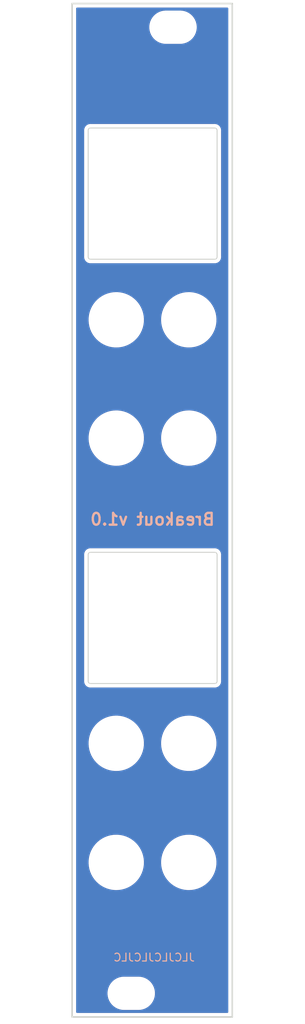
<source format=kicad_pcb>
(kicad_pcb (version 20211014) (generator pcbnew)
  (layers (0 "F.Cu" signal) (31 "B.Cu" signal) (34 "B.Paste" user) (35 "F.Paste" user) (36 "B.SilkS" user "B.Silkscreen") (37 "F.SilkS" user "F.Silkscreen") (38 "B.Mask" user) (39 "F.Mask" user) (44 "Edge.Cuts" user))
  (net 0 "")
  (footprint "kibuzzard-63D64BC1" (layer "F.Cu") (at 64 87.9)
    (fp_text reference "kibuzzard-63D64BC1" hide)
    (fp_text value "G***" hide)
  )
  (footprint "Custom_Footprints:RJ45_Molex_42878-8506_Mounting_Hole" (layer "F.Cu") (at 59.4 65)
    (fp_text reference "FM_In" hide)
    (fp_text value "RJ45_Molex_42878-8506_Mounting_Hole")
    (fp_line (start -8.16 -8.02) (end -8.16 8.02) (layer "Edge.Cuts") (width 0.12))
    (fp_line (start 7.88 8.32) (end -7.88 8.32) (layer "Edge.Cuts") (width 0.12))
    (fp_line (start 8.19 -8.02) (end 8.19 8.02) (layer "Edge.Cuts") (width 0.12))
    (fp_line (start 7.88 -8.32) (end -7.88 -8.32) (layer "Edge.Cuts") (width 0.12))
    (fp_arc (start -7.88 8.32) (mid -8.081749 8.227632) (end -8.16 8.02) (layer "Edge.Cuts") (width 0.12))
    (fp_arc (start 7.88 -8.32) (mid 8.096622 -8.233665) (end 8.19 -8.02) (layer "Edge.Cuts") (width 0.12))
    (fp_arc (start -8.16 -8.02) (mid -8.081443 -8.227347) (end -7.88 -8.32) (layer "Edge.Cuts") (width 0.12))
    (fp_arc (start 8.19 8.02) (mid 8.100917 8.238111) (end 7.88 8.32) (layer "Edge.Cuts") (width 0.12))
  )
  (footprint "kibuzzard-63D64BB9" (layer "F.Cu") (at 54.8 87.9)
    (fp_text reference "kibuzzard-63D64BB9" hide)
    (fp_text value "G***" hide)
  )
  (footprint "Custom_Footprints:Thonkiconn_Socket_MountingHole_6mm" (layer "F.Cu") (at 64 81 180)
    (fp_text reference "Ref**" hide)
    (fp_text value "Thonkiconn_Socket_MountingHole_6mm")
    (pad "" np_thru_hole circle locked (at 0 0 180) (size 6 6) (drill 6) (layers *.Cu *.Mask))
  )
  (footprint "Custom_Footprints:Thonkiconn_Socket_MountingHole_6mm" (layer "F.Cu") (at 64 134.7 180)
    (fp_text reference "Ref**" hide)
    (fp_text value "Thonkiconn_Socket_MountingHole_6mm")
    (pad "" np_thru_hole circle locked (at 0 0 180) (size 6 6) (drill 6) (layers *.Cu *.Mask))
  )
  (footprint "Custom_Footprints:RJ45_Molex_42878-8506_Mounting_Hole" (layer "F.Cu") (at 59.4 118.8)
    (fp_text reference "FM_In" hide)
    (fp_text value "RJ45_Molex_42878-8506_Mounting_Hole")
    (fp_line (start 7.88 -8.32) (end -7.88 -8.32) (layer "Edge.Cuts") (width 0.12))
    (fp_line (start 8.19 -8.02) (end 8.19 8.02) (layer "Edge.Cuts") (width 0.12))
    (fp_line (start 7.88 8.32) (end -7.88 8.32) (layer "Edge.Cuts") (width 0.12))
    (fp_line (start -8.16 -8.02) (end -8.16 8.02) (layer "Edge.Cuts") (width 0.12))
    (fp_arc (start 7.88 -8.32) (mid 8.096622 -8.233665) (end 8.19 -8.02) (layer "Edge.Cuts") (width 0.12))
    (fp_arc (start -7.88 8.32) (mid -8.081749 8.227632) (end -8.16 8.02) (layer "Edge.Cuts") (width 0.12))
    (fp_arc (start 8.19 8.02) (mid 8.100917 8.238111) (end 7.88 8.32) (layer "Edge.Cuts") (width 0.12))
    (fp_arc (start -8.16 -8.02) (mid -8.081443 -8.227347) (end -7.88 -8.32) (layer "Edge.Cuts") (width 0.12))
  )
  (footprint "kibuzzard-63D64BC6" (layer "F.Cu") (at 54.8 102.8)
    (fp_text reference "kibuzzard-63D64BC6" hide)
    (fp_text value "G***" hide)
  )
  (footprint "kibuzzard-63D64BE0" (layer "F.Cu") (at 64 156.2)
    (fp_text reference "kibuzzard-63D64BE0" hide)
    (fp_text value "G***" hide)
  )
  (footprint "Custom_Footprints:Thonkiconn_Socket_MountingHole_6mm" (layer "F.Cu") (at 64 149.8 180)
    (fp_text reference "Ref**" hide)
    (fp_text value "Thonkiconn_Socket_MountingHole_6mm")
    (pad "" np_thru_hole circle locked (at 0 0 180) (size 6 6) (drill 6) (layers *.Cu *.Mask))
  )
  (footprint "Custom_Footprints:Oval_Mounting_Hole" (layer "F.Cu") (at 62 43.9)
    (fp_text reference "Ref**" hide)
    (fp_text value "Oval_Mounting_Hole" hide)
    (pad "" np_thru_hole oval (at 0 0) (size 5 3.2) (drill oval 5 3.2) (layers *.Cu *.Mask))
  )
  (footprint "Custom_Footprints:Thonkiconn_Socket_MountingHole_6mm" (layer "F.Cu") (at 54.8 149.8 180)
    (fp_text reference "Ref**" hide)
    (fp_text value "Thonkiconn_Socket_MountingHole_6mm")
    (pad "" np_thru_hole circle locked (at 0 0 180) (size 6 6) (drill 6) (layers *.Cu *.Mask))
  )
  (footprint "Custom_Footprints:Thonkiconn_Socket_MountingHole_6mm" (layer "F.Cu") (at 54.8 96 180)
    (fp_text reference "Ref**" hide)
    (fp_text value "Thonkiconn_Socket_MountingHole_6mm")
    (pad "" np_thru_hole circle locked (at 0 0 180) (size 6 6) (drill 6) (layers *.Cu *.Mask))
  )
  (footprint "kibuzzard-63D64BCB" (layer "F.Cu") (at 64 102.8)
    (fp_text reference "kibuzzard-63D64BCB" hide)
    (fp_text value "G***" hide)
  )
  (footprint "Custom_Footprints:Thonkiconn_Socket_MountingHole_6mm" (layer "F.Cu") (at 54.8 134.7 180)
    (fp_text reference "Ref**" hide)
    (fp_text value "Thonkiconn_Socket_MountingHole_6mm")
    (pad "" np_thru_hole circle locked (at 0 0 180) (size 6 6) (drill 6) (layers *.Cu *.Mask))
  )
  (footprint "Custom_Footprints:Thonkiconn_Socket_MountingHole_6mm" (layer "F.Cu") (at 64 96 180)
    (fp_text reference "Ref**" hide)
    (fp_text value "Thonkiconn_Socket_MountingHole_6mm")
    (pad "" np_thru_hole circle locked (at 0 0 180) (size 6 6) (drill 6) (layers *.Cu *.Mask))
  )
  (footprint "kibuzzard-63D64BDC" (layer "F.Cu") (at 54.8 156.2)
    (fp_text reference "kibuzzard-63D64BDC" hide)
    (fp_text value "G***" hide)
  )
  (footprint "Custom_Footprints:Oval_Mounting_Hole" (layer "F.Cu") (at 56.7 166.4)
    (fp_text reference "Ref**" hide)
    (fp_text value "Oval_Mounting_Hole" hide)
    (pad "" np_thru_hole oval (at 0 0) (size 5 3.2) (drill oval 5 3.2) (layers *.Cu *.Mask))
  )
  (footprint "kibuzzard-63D64BD7" (layer "F.Cu") (at 64 141.3)
    (fp_text reference "kibuzzard-63D64BD7" hide)
    (fp_text value "G***" hide)
  )
  (footprint "kibuzzard-63D64BD4" (layer "F.Cu") (at 54.8 141.3)
    (fp_text reference "kibuzzard-63D64BD4" hide)
    (fp_text value "G***" hide)
  )
  (footprint "kibuzzard-63D64BCE" (layer "F.Cu") (at 59.4 108.1)
    (fp_text reference "kibuzzard-63D64BCE" hide)
    (fp_text value "G***" hide)
  )
  (footprint "kibuzzard-63D64BAD" (layer "F.Cu") (at 59.4 54.1)
    (fp_text reference "kibuzzard-63D64BAD" hide)
    (fp_text value "G***" hide)
  )
  (footprint "Custom_Footprints:Thonkiconn_Socket_MountingHole_6mm" (layer "F.Cu") (at 54.8 81 180)
    (fp_text reference "Ref**" hide)
    (fp_text value "Thonkiconn_Socket_MountingHole_6mm")
    (pad "" np_thru_hole circle locked (at 0 0 180) (size 6 6) (drill 6) (layers *.Cu *.Mask))
  )
  (gr_line (start 69.52 40.9) (end 69.52 169.4) (layer "Edge.Cuts") (width 0.2))
  (gr_line (start 49.2 40.9) (end 69.52 40.9) (layer "Edge.Cuts") (width 0.2))
  (gr_line (start 49.2 169.4) (end 69.52 169.4) (layer "Edge.Cuts") (width 0.2))
  (gr_line (start 49.2 40.9) (end 49.2 169.4) (layer "Edge.Cuts") (width 0.2))
  (gr_text "Breakout v1.0" (at 59.4 106.3) (layer "B.SilkS") (effects (font (size 1.5 1.5) (thickness 0.3)) (justify mirror)))
  (gr_text "JLCJLCJLCJLC" (at 59.6 161.85) (layer "B.SilkS") (effects (font (size 1 1)) (justify mirror)))
  (zone (net 0) (net_name "") (layers F&B.Cu) (connect_pads (clearance 0.508)) (min_thickness 0.254) (fill yes (thermal_gap 0.508) (thermal_bridge_width 0.508))
    (polygon (pts (xy 47 40.45) (xy 71.5 40.45) (xy 71.5 170.3) (xy 47 170.3)))
  )
)
</source>
